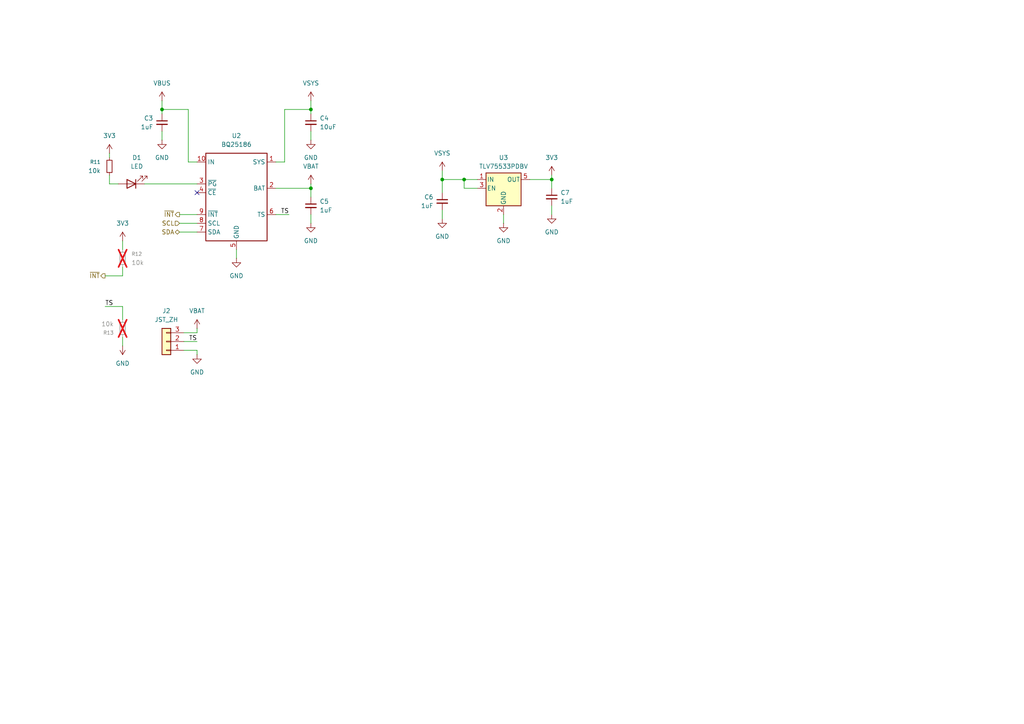
<source format=kicad_sch>
(kicad_sch (version 20250114) (generator "eeschema") (generator_version "9.0")
  (paper "A4")
  (lib_symbols
    (symbol "Connector_Generic:Conn_01x03" (pin_names (offset 1.016) (hide yes))
      (property "Reference" "J" (at 0 5.08 0))
      (property "Value" "Conn_01x03" (at 0 -5.08 0))
      (symbol "Conn_01x03_1_1"
        (rectangle (start -1.27 3.81) (end 1.27 -3.81) (stroke (width 0.254)) (fill (type background)))
        (rectangle (start -1.27 2.667) (end 0 2.413) (stroke (width 0.1524)))
        (rectangle (start -1.27 0.127) (end 0 -0.127) (stroke (width 0.1524)))
        (rectangle (start -1.27 -2.413) (end 0 -2.667) (stroke (width 0.1524)))
        (pin passive line (at -5.08 2.54 0) (length 3.81) (name "Pin_1") (number "1"))
        (pin passive line (at -5.08 0 0) (length 3.81) (name "Pin_2") (number "2"))
        (pin passive line (at -5.08 -2.54 0) (length 3.81) (name "Pin_3") (number "3"))
      )
    )
    (symbol "Device:C_Small" (pin_numbers (hide yes)) (pin_names (offset 0.254) (hide yes))
      (property "Reference" "C" (at 0.254 1.778 0))
      (property "Value" "C_Small" (at 0.254 -2.032 0))
      (symbol "C_Small_0_1"
        (polyline (pts (xy -1.524 0.508) (xy 1.524 0.508)) (stroke (width 0.3048)))
        (polyline (pts (xy -1.524 -0.508) (xy 1.524 -0.508)) (stroke (width 0.3302)))
      )
      (symbol "C_Small_1_1"
        (pin passive line (at 0 2.54 270) (length 2.032) (name "~") (number "1"))
        (pin passive line (at 0 -2.54 90) (length 2.032) (name "~") (number "2"))
      )
    )
    (symbol "Device:LED" (pin_numbers (hide yes)) (pin_names (offset 1.016) (hide yes))
      (property "Reference" "D" (at 0 2.54 0))
      (property "Value" "LED" (at 0 -2.54 0))
      (symbol "LED_0_1"
        (polyline (pts (xy -3.048 -0.762) (xy -4.572 -2.286) (xy -3.81 -2.286) (xy -4.572 -2.286) (xy -4.572 -1.524)))
        (polyline (pts (xy -1.778 -0.762) (xy -3.302 -2.286) (xy -2.54 -2.286) (xy -3.302 -2.286) (xy -3.302 -1.524)))
        (polyline (pts (xy -1.27 0) (xy 1.27 0)))
        (polyline (pts (xy -1.27 -1.27) (xy -1.27 1.27)) (stroke (width 0.254)))
        (polyline (pts (xy 1.27 -1.27) (xy 1.27 1.27) (xy -1.27 0) (xy 1.27 -1.27)) (stroke (width 0.254)))
      )
      (symbol "LED_1_1"
        (pin passive line (at -3.81 0 0) (length 2.54) (name "K") (number "1"))
        (pin passive line (at 3.81 0 180) (length 2.54) (name "A") (number "2"))
      )
    )
    (symbol "Device:R_Small" (pin_numbers (hide yes)) (pin_names (offset 0.254) (hide yes))
      (property "Reference" "R" (at 0 0 90))
      (property "Value" "R_Small" (at 1.778 0 90))
      (symbol "R_Small_0_1"
        (rectangle (start -0.762 1.778) (end 0.762 -1.778) (stroke (width 0.2032)))
      )
      (symbol "R_Small_1_1"
        (pin passive line (at 0 2.54 270) (length 0.762) (name "~") (number "1"))
        (pin passive line (at 0 -2.54 90) (length 0.762) (name "~") (number "2"))
      )
    )
    (symbol "Regulator_Linear:TLV75533PDBV" (pin_names (offset 0.254))
      (property "Reference" "U" (at -3.81 5.715 0))
      (property "Value" "TLV75533PDBV" (at 0 5.715 0))
      (symbol "TLV75533PDBV_0_1"
        (rectangle (start -5.08 4.445) (end 5.08 -5.08) (stroke (width 0.254)) (fill (type background)))
      )
      (symbol "TLV75533PDBV_1_1"
        (pin power_in line (at -7.62 2.54 0) (length 2.54) (name "IN") (number "1"))
        (pin input line (at -7.62 0 0) (length 2.54) (name "EN") (number "3"))
        (pin power_in line (at 0 -7.62 90) (length 2.54) (name "GND") (number "2"))
        (pin no_connect line (at 5.08 0 180) (length 2.54) (hide yes) (name "NC") (number "4"))
        (pin power_out line (at 7.62 2.54 180) (length 2.54) (name "OUT") (number "5"))
      )
    )
    (symbol "local-library:BQ25186"
      (property "Reference" "U" (at 0 17.526 0))
      (property "Value" "BQ25186" (at 0 15.494 0))
      (symbol "BQ25186_0_0"
        (pin power_in line (at -11.43 10.16 0) (length 2.54) (name "IN") (number "10"))
        (pin bidirectional line (at -11.43 -7.62 0) (length 2.54) (name "SCL") (number "8"))
        (pin bidirectional line (at -11.43 -10.16 0) (length 2.54) (name "SDA") (number "7"))
        (pin power_in line (at 0 -15.24 90) (length 2.54) (name "GND") (number "5"))
        (pin power_out line (at 11.43 10.16 180) (length 2.54) (name "SYS") (number "1"))
        (pin input line (at 11.43 -5.08 180) (length 2.54) (name "TS") (number "6"))
      )
      (symbol "BQ25186_0_1"
        (rectangle (start -8.89 12.7) (end 8.89 -12.7) (stroke (width 0.254)))
      )
      (symbol "BQ25186_1_0"
        (pin open_collector line (at -11.43 3.81 0) (length 2.54) (name "~{PG}") (number "3"))
        (pin input line (at -11.43 1.27 0) (length 2.54) (name "~{CE}") (number "4"))
        (pin open_collector line (at -11.43 -5.08 0) (length 2.54) (name "~{INT}") (number "9"))
        (pin power_in line (at 0 -15.24 90) (length 2.54) (hide yes) (name "GND") (number "11"))
        (pin power_out line (at 11.43 2.54 180) (length 2.54) (name "BAT") (number "2"))
      )
    )
    (symbol "power:+1V0" (power) (pin_numbers (hide yes)) (pin_names (offset 0) (hide yes))
      (property "Value" "+1V0" (at 0 3.556 0))
      (symbol "+1V0_0_1"
        (polyline (pts (xy -0.762 1.27) (xy 0 2.54)))
        (polyline (pts (xy 0 2.54) (xy 0.762 1.27)))
        (polyline (pts (xy 0 0) (xy 0 2.54)))
      )
      (symbol "+1V0_1_1"
        (pin power_in line (at 0 0 90) (length 0) (name "~") (number "1"))
      )
    )
    (symbol "power:GND" (power) (pin_numbers (hide yes)) (pin_names (offset 0) (hide yes))
      (property "Value" "GND" (at 0 -3.81 0))
      (symbol "GND_0_1"
        (polyline (pts (xy 0 0) (xy 0 -1.27) (xy 1.27 -1.27) (xy 0 -2.54) (xy -1.27 -1.27) (xy 0 -1.27)))
      )
      (symbol "GND_1_1"
        (pin power_in line (at 0 0 270) (length 0) (name "~") (number "1"))
      )
    )
  )
  (junction (at 128.27 52.07))
  (junction (at 160.02 52.07))
  (junction (at 134.62 52.07))
  (junction (at 90.17 54.61))
  (junction (at 46.99 31.75))
  (junction (at 90.17 31.75))
  (no_connect (at 57.15 55.88))
  (wire (pts (xy 35.56 77.47) (xy 35.56 80.01)))
  (wire (pts (xy 90.17 54.61) (xy 90.17 53.34)))
  (wire (pts (xy 160.02 50.8) (xy 160.02 52.07)))
  (wire (pts (xy 128.27 60.96) (xy 128.27 63.5)))
  (wire (pts (xy 35.56 97.79) (xy 35.56 100.33)))
  (wire (pts (xy 134.62 54.61) (xy 134.62 52.07)))
  (wire (pts (xy 80.01 54.61) (xy 90.17 54.61)))
  (wire (pts (xy 35.56 88.9) (xy 35.56 92.71)))
  (wire (pts (xy 34.29 53.34) (xy 31.75 53.34)))
  (wire (pts (xy 57.15 101.6) (xy 57.15 102.87)))
  (wire (pts (xy 82.55 31.75) (xy 82.55 46.99)))
  (wire (pts (xy 82.55 31.75) (xy 90.17 31.75)))
  (wire (pts (xy 128.27 52.07) (xy 128.27 55.88)))
  (wire (pts (xy 31.75 44.45) (xy 31.75 45.72)))
  (wire (pts (xy 82.55 46.99) (xy 80.01 46.99)))
  (wire (pts (xy 35.56 80.01) (xy 30.48 80.01)))
  (wire (pts (xy 134.62 52.07) (xy 138.43 52.07)))
  (wire (pts (xy 90.17 54.61) (xy 90.17 57.15)))
  (wire (pts (xy 68.58 72.39) (xy 68.58 74.93)))
  (wire (pts (xy 57.15 96.52) (xy 57.15 95.25)))
  (wire (pts (xy 52.07 64.77) (xy 57.15 64.77)))
  (wire (pts (xy 46.99 31.75) (xy 46.99 33.02)))
  (wire (pts (xy 52.07 67.31) (xy 57.15 67.31)))
  (wire (pts (xy 128.27 49.53) (xy 128.27 52.07)))
  (wire (pts (xy 80.01 62.23) (xy 83.82 62.23)))
  (wire (pts (xy 53.34 99.06) (xy 57.15 99.06)))
  (wire (pts (xy 90.17 62.23) (xy 90.17 64.77)))
  (wire (pts (xy 90.17 31.75) (xy 90.17 33.02)))
  (wire (pts (xy 146.05 62.23) (xy 146.05 64.77)))
  (wire (pts (xy 128.27 52.07) (xy 134.62 52.07)))
  (wire (pts (xy 53.34 101.6) (xy 57.15 101.6)))
  (wire (pts (xy 46.99 29.21) (xy 46.99 31.75)))
  (wire (pts (xy 46.99 38.1) (xy 46.99 40.64)))
  (wire (pts (xy 153.67 52.07) (xy 160.02 52.07)))
  (wire (pts (xy 160.02 52.07) (xy 160.02 54.61)))
  (wire (pts (xy 31.75 53.34) (xy 31.75 50.8)))
  (wire (pts (xy 90.17 38.1) (xy 90.17 40.64)))
  (wire (pts (xy 54.61 46.99) (xy 54.61 31.75)))
  (wire (pts (xy 41.91 53.34) (xy 57.15 53.34)))
  (wire (pts (xy 57.15 46.99) (xy 54.61 46.99)))
  (wire (pts (xy 160.02 59.69) (xy 160.02 62.23)))
  (wire (pts (xy 134.62 54.61) (xy 138.43 54.61)))
  (wire (pts (xy 53.34 96.52) (xy 57.15 96.52)))
  (wire (pts (xy 35.56 88.9) (xy 30.48 88.9)))
  (wire (pts (xy 54.61 31.75) (xy 46.99 31.75)))
  (wire (pts (xy 90.17 29.21) (xy 90.17 31.75)))
  (wire (pts (xy 35.56 69.85) (xy 35.56 72.39)))
  (wire (pts (xy 52.07 62.23) (xy 57.15 62.23)))
  (label "TS" (at 30.48 88.9 0))
  (label "TS" (at 83.82 62.23 180))
  (label "TS" (at 57.15 99.06 180))
  (hierarchical_label "SCL" (shape input) (at 52.07 64.77 180))
  (hierarchical_label "SDA" (shape bidirectional) (at 52.07 67.31 180))
  (hierarchical_label "~{INT}" (shape output) (at 52.07 62.23 180))
  (hierarchical_label "~{INT}" (shape output) (at 30.48 80.01 180))
  (symbol (lib_id "Device:R_Small") (at 35.56 95.25 0) (mirror x) (unit 1) (dnp yes)
    (property "Reference" "R13" (at 33.02 96.5201 0) (effects (font (size 1.016 1.016)) (justify right)))
    (property "Value" "10k" (at 33.02 93.9801 0) (effects (justify right)))
    (property "Footprint" "Resistor_SMD:R_0603_1608Metric_Pad0.98x0.95mm_HandSolder" (effects (hide yes)))
    (property "Description" "Resistor, small symbol" (effects (hide yes)))
    (property "Part NO" "CRCW060310K0FKECC" (effects (hide yes)))
    (property "Manufacturer" "Vishay" (effects (hide yes)))
  )
  (symbol (lib_id "power:GND") (at 57.15 102.87 0) (unit 1)
    (property "Reference" "#PWR019" (effects (hide yes)))
    (property "Value" "GND" (at 57.15 107.95 0))
    (property "Description" "Power symbol creates a global label with name \"GND\" , ground" (effects (hide yes)))
  )
  (symbol (lib_id "Regulator_Linear:TLV75533PDBV") (at 146.05 54.61 0) (unit 1)
    (property "Reference" "U3" (at 146.05 45.72 0))
    (property "Value" "TLV75533PDBV" (at 146.05 48.26 0))
    (property "Footprint" "Package_TO_SOT_SMD:SOT-23-5" (effects (hide yes)))
    (property "Datasheet" "http://www.ti.com/lit/ds/symlink/tlv755p.pdf" (effects (hide yes)))
    (property "Description" "500mA Low Dropout Voltage Regulator, Fixed Output 3.3V, SOT-23-5" (effects (hide yes)))
    (property "Part NO" "TLV75533PDBV" (effects (hide yes)))
    (property "Manufacturer" "Texas Instrument" (effects (hide yes)))
  )
  (symbol (lib_id "Device:R_Small") (at 31.75 48.26 0) (unit 1)
    (property "Reference" "R11" (at 29.21 46.9899 0) (effects (font (size 1.016 1.016)) (justify right)))
    (property "Value" "10k" (at 29.21 49.5299 0) (effects (justify right)))
    (property "Footprint" "Resistor_SMD:R_0603_1608Metric" (effects (hide yes)))
    (property "Description" "Resistor, small symbol" (effects (hide yes)))
    (property "Part NO" "CRCW060310K0FKECC" (effects (hide yes)))
    (property "Manufacturer" "Vishay" (effects (hide yes)))
  )
  (symbol (lib_id "power:+1V0") (at 31.75 44.45 0) (unit 1)
    (property "Reference" "#PWR013" (effects (hide yes)))
    (property "Value" "3V3" (at 31.75 39.37 0))
    (property "Description" "Power symbol creates a global label with name \"+1V0\"" (effects (hide yes)))
  )
  (symbol (lib_id "Device:C_Small") (at 90.17 59.69 0) (unit 1)
    (property "Reference" "C5" (at 92.71 58.4262 0) (effects (justify left)))
    (property "Value" "1uF" (at 92.71 60.9662 0) (effects (justify left)))
    (property "Footprint" "Capacitor_SMD:C_0603_1608Metric" (effects (hide yes)))
    (property "Description" "Unpolarized capacitor, small symbol" (effects (hide yes)))
    (property "Part NO" "GRM188R61A105KA61D" (effects (hide yes)))
    (property "Manufacturer" "Murata" (effects (hide yes)))
  )
  (symbol (lib_id "power:GND") (at 128.27 63.5 0) (unit 1)
    (property "Reference" "#PWR026" (effects (hide yes)))
    (property "Value" "GND" (at 128.27 68.58 0))
    (property "Description" "Power symbol creates a global label with name \"GND\" , ground" (effects (hide yes)))
  )
  (symbol (lib_id "power:+1V0") (at 128.27 49.53 0) (unit 1)
    (property "Reference" "#PWR025" (effects (hide yes)))
    (property "Value" "VSYS" (at 128.27 44.45 0))
    (property "Description" "Power symbol creates a global label with name \"+1V0\"" (effects (hide yes)))
  )
  (symbol (lib_id "power:+1V0") (at 35.56 100.33 180) (unit 1)
    (property "Reference" "#PWR015" (effects (hide yes)))
    (property "Value" "GND" (at 35.56 105.41 0))
    (property "Description" "Power symbol creates a global label with name \"+1V0\"" (effects (hide yes)))
  )
  (symbol (lib_id "power:GND") (at 146.05 64.77 0) (unit 1)
    (property "Reference" "#PWR027" (effects (hide yes)))
    (property "Value" "GND" (at 146.05 69.85 0))
    (property "Description" "Power symbol creates a global label with name \"GND\" , ground" (effects (hide yes)))
  )
  (symbol (lib_id "power:+1V0") (at 90.17 53.34 0) (unit 1)
    (property "Reference" "#PWR023" (effects (hide yes)))
    (property "Value" "VBAT" (at 90.17 48.26 0))
    (property "Description" "Power symbol creates a global label with name \"+1V0\"" (effects (hide yes)))
  )
  (symbol (lib_id "Device:R_Small") (at 35.56 74.93 0) (mirror y) (unit 1) (dnp yes)
    (property "Reference" "R12" (at 38.1 73.6599 0) (effects (font (size 1.016 1.016)) (justify right)))
    (property "Value" "10k" (at 38.1 76.1999 0) (effects (justify right)))
    (property "Footprint" "Resistor_SMD:R_0603_1608Metric_Pad0.98x0.95mm_HandSolder" (effects (hide yes)))
    (property "Description" "Resistor, small symbol" (effects (hide yes)))
    (property "Part NO" "CRCW060310K0FKECC" (effects (hide yes)))
    (property "Manufacturer" "Vishay" (effects (hide yes)))
  )
  (symbol (lib_id "Device:C_Small") (at 46.99 35.56 0) (mirror y) (unit 1)
    (property "Reference" "C3" (at 44.45 34.2962 0) (effects (justify left)))
    (property "Value" "1uF" (at 44.45 36.8362 0) (effects (justify left)))
    (property "Footprint" "Capacitor_SMD:C_0603_1608Metric" (effects (hide yes)))
    (property "Description" "Unpolarized capacitor, small symbol" (effects (hide yes)))
    (property "Part NO" "GRM188R61A105KA61D" (effects (hide yes)))
    (property "Manufacturer" "Murata" (effects (hide yes)))
  )
  (symbol (lib_id "power:GND") (at 160.02 62.23 0) (unit 1)
    (property "Reference" "#PWR029" (effects (hide yes)))
    (property "Value" "GND" (at 160.02 67.31 0))
    (property "Description" "Power symbol creates a global label with name \"GND\" , ground" (effects (hide yes)))
  )
  (symbol (lib_id "power:+1V0") (at 57.15 95.25 0) (unit 1)
    (property "Reference" "#PWR018" (effects (hide yes)))
    (property "Value" "VBAT" (at 57.15 90.17 0))
    (property "Description" "Power symbol creates a global label with name \"+1V0\"" (effects (hide yes)))
  )
  (symbol (lib_id "power:GND") (at 68.58 74.93 0) (unit 1)
    (property "Reference" "#PWR020" (effects (hide yes)))
    (property "Value" "GND" (at 68.58 80.01 0))
    (property "Description" "Power symbol creates a global label with name \"GND\" , ground" (effects (hide yes)))
  )
  (symbol (lib_id "Device:C_Small") (at 160.02 57.15 0) (mirror y) (unit 1)
    (property "Reference" "C7" (at 162.56 55.8862 0) (effects (justify right)))
    (property "Value" "1uF" (at 162.56 58.4262 0) (effects (justify right)))
    (property "Footprint" "Capacitor_SMD:C_0603_1608Metric" (effects (hide yes)))
    (property "Description" "Unpolarized capacitor, small symbol" (effects (hide yes)))
    (property "Part NO" "GRM188R61A105KA61D" (effects (hide yes)))
    (property "Manufacturer" "Murata" (effects (hide yes)))
  )
  (symbol (lib_id "local-library:BQ25186") (at 68.58 57.15 0) (unit 1)
    (property "Reference" "U2" (at 68.58 39.37 0))
    (property "Value" "BQ25186" (at 68.58 41.91 0))
    (property "Footprint" "Package_DFN_QFN:Texas_DLH0010A_WSON-10-1EP_2.2x2mm_P0.4mm_EP0.9x1.5mm_ThermalVias" (effects (hide yes)))
    (property "Part NO" "BQ25186" (effects (hide yes)))
    (property "Manufacturer" "Texas Instrument" (effects (hide yes)))
  )
  (symbol (lib_id "Device:C_Small") (at 128.27 58.42 0) (unit 1)
    (property "Reference" "C6" (at 125.73 57.1562 0) (effects (justify right)))
    (property "Value" "1uF" (at 125.73 59.6962 0) (effects (justify right)))
    (property "Footprint" "Capacitor_SMD:C_0603_1608Metric" (effects (hide yes)))
    (property "Description" "Unpolarized capacitor, small symbol" (effects (hide yes)))
    (property "Part NO" "GRM188R61A105KA61D" (effects (hide yes)))
    (property "Manufacturer" "Murata" (effects (hide yes)))
  )
  (symbol (lib_id "Device:LED") (at 38.1 53.34 180) (unit 1)
    (property "Reference" "D1" (at 39.6875 45.72 0))
    (property "Value" "LED" (at 39.6875 48.26 0))
    (property "Footprint" "LED_SMD:LED_0603_1608Metric_Pad1.05x0.95mm_HandSolder" (effects (hide yes)))
    (property "Description" "Light emitting diode" (effects (hide yes)))
    (property "Sim.Pins" "1=K 2=A" (effects (hide yes)))
    (property "Part NO" "150060GS75000" (effects (hide yes)))
    (property "Manufacturer" "Wurth Elektronik" (effects (hide yes)))
  )
  (symbol (lib_id "power:+1V0") (at 46.99 29.21 0) (mirror y) (unit 1)
    (property "Reference" "#PWR016" (effects (hide yes)))
    (property "Value" "VBUS" (at 46.99 24.13 0))
    (property "Description" "Power symbol creates a global label with name \"+1V0\"" (effects (hide yes)))
  )
  (symbol (lib_id "Device:C_Small") (at 90.17 35.56 0) (unit 1)
    (property "Reference" "C4" (at 92.71 34.2962 0) (effects (justify left)))
    (property "Value" "10uF" (at 92.71 36.8362 0) (effects (justify left)))
    (property "Footprint" "Capacitor_SMD:C_0603_1608Metric" (effects (hide yes)))
    (property "Description" "Unpolarized capacitor, small symbol" (effects (hide yes)))
    (property "Part NO" "GRM188R60G106ME47J" (effects (hide yes)))
    (property "Manufacturer" "Murata" (effects (hide yes)))
  )
  (symbol (lib_id "power:GND") (at 90.17 40.64 0) (unit 1)
    (property "Reference" "#PWR022" (effects (hide yes)))
    (property "Value" "GND" (at 90.17 45.72 0))
    (property "Description" "Power symbol creates a global label with name \"GND\" , ground" (effects (hide yes)))
  )
  (symbol (lib_id "power:GND") (at 90.17 64.77 0) (unit 1)
    (property "Reference" "#PWR024" (effects (hide yes)))
    (property "Value" "GND" (at 90.17 69.85 0))
    (property "Description" "Power symbol creates a global label with name \"GND\" , ground" (effects (hide yes)))
  )
  (symbol (lib_id "power:+1V0") (at 160.02 50.8 0) (unit 1)
    (property "Reference" "#PWR028" (effects (hide yes)))
    (property "Value" "3V3" (at 160.02 45.72 0))
    (property "Description" "Power symbol creates a global label with name \"+1V0\"" (effects (hide yes)))
  )
  (symbol (lib_id "power:+1V0") (at 35.56 69.85 0) (unit 1)
    (property "Reference" "#PWR014" (effects (hide yes)))
    (property "Value" "3V3" (at 35.56 64.77 0))
    (property "Description" "Power symbol creates a global label with name \"+1V0\"" (effects (hide yes)))
  )
  (symbol (lib_id "power:+1V0") (at 90.17 29.21 0) (unit 1)
    (property "Reference" "#PWR021" (effects (hide yes)))
    (property "Value" "VSYS" (at 90.17 24.13 0))
    (property "Description" "Power symbol creates a global label with name \"+1V0\"" (effects (hide yes)))
  )
  (symbol (lib_id "power:GND") (at 46.99 40.64 0) (mirror y) (unit 1)
    (property "Reference" "#PWR017" (effects (hide yes)))
    (property "Value" "GND" (at 46.99 45.72 0))
    (property "Description" "Power symbol creates a global label with name \"GND\" , ground" (effects (hide yes)))
  )
  (symbol (lib_id "Connector_Generic:Conn_01x03") (at 48.26 99.06 180) (unit 1)
    (property "Reference" "J2" (at 48.26 90.17 0))
    (property "Value" "JST_ZH" (at 48.26 92.71 0))
    (property "Footprint" "Connector_JST:JST_ZH_B3B-ZR_1x03_P1.50mm_Vertical" (effects (hide yes)))
    (property "Description" "Generic connector, single row, 01x03, script generated (kicad-library-utils/schlib/autogen/connector/)" (effects (hide yes)))
    (property "Part NO" "B3B-ZR" (effects (hide yes)))
    (property "Manufacturer" "JST" (effects (hide yes)))
  )
)
</source>
